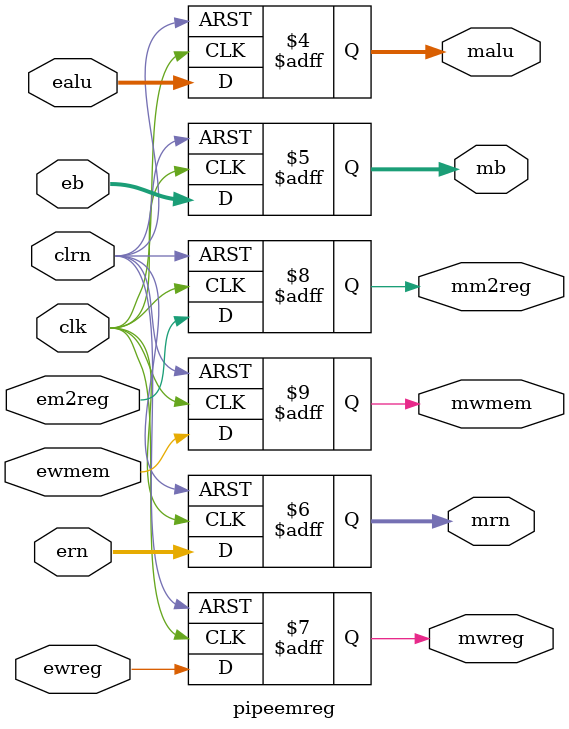
<source format=v>
module pipeemreg (ewreg,em2reg,ewmem,ealu,eb,ern,clk,clrn,mwreg,mm2reg,mwmem,malu,mb,mrn);

    input clk,clrn;
	 input [4:0] ern;
    input [31:0] ealu,eb;
    input ewreg,em2reg,ewmem;

    output [31:0] malu,mb;
    output [4:0] mrn;
    output mwreg,mm2reg,mwmem;
	 
	 reg [31:0] malu,mb;
	 reg [4:0] mrn;
	 reg mwreg,mm2reg,mwmem;
	 
	 initial begin
	mwreg <= 0;
		mm2reg <= 0;
		mwmem <= 0;
		malu <= 0;
		mb <= 0;
		mrn <= 0;
	end
    
    always @ (negedge clrn or posedge clk)
		begin
		if (clrn == 0) 
			begin
			mwreg <= 0;
			mm2reg <= 0;
			mwmem <= 0;
			malu <= 0;
			mb <= 0;
			mrn <= 0;
			end 
		else 
			begin
			mwreg <= ewreg;
			mm2reg <= em2reg;
			mwmem <= ewmem;
			malu <= ealu;
			mb <= eb;
			mrn <= ern;
			end
		end
		
endmodule
</source>
